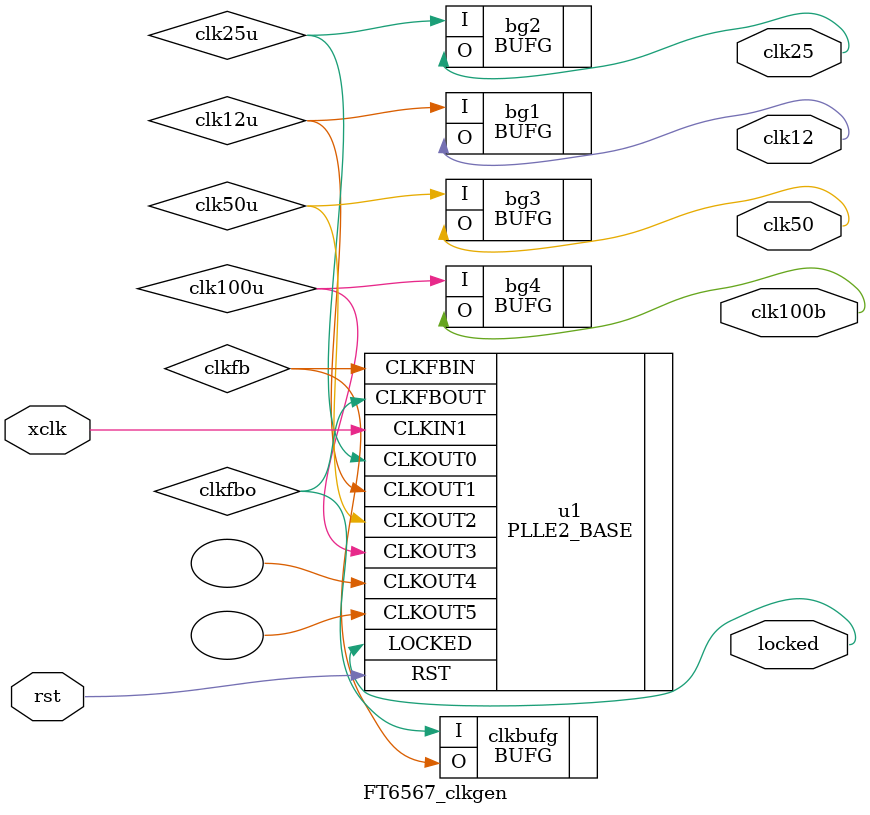
<source format=v>
module FT6567_clkgen(rst, xclk, clk50, clk25, clk12, clk100b, locked);
input rst;
input xclk;
output clk50;
output clk25;
output clk12;
output clk100b;
output locked;

BUFG bg1 (.I(clk12u), 	.O(clk12) );
BUFG bg2 (.I(clk25u), 	.O(clk25) );
BUFG bg3 (.I(clk50u), 	.O(clk50) );
BUFG bg4 (.I(clk100u), 	.O(clk100b) );
wire clkfb,clkfbo;
BUFG clkbufg (.I(clkfbo), .O(clkfb));

PLLE2_BASE u1
(
    .RST(rst),
    .CLKIN1(xclk),
    .CLKFBIN(clkfb),
    .CLKFBOUT(clkfbo),
    .LOCKED(locked),
    .CLKOUT0(clk25u),
    .CLKOUT1(clk12u),
    .CLKOUT2(clk50u),
    .CLKOUT3(clk100u),
    .CLKOUT4(),
    .CLKOUT5()
);
defparam u1.CLKFBOUT_MULT = 12;     // must place VCO frequency 800-1600 MHz (1200)
defparam u1.CLKOUT0_DIVIDE = 48;
defparam u1.CLKOUT1_DIVIDE = 96;
defparam u1.CLKOUT2_DIVIDE = 24;
defparam u1.CLKOUT3_DIVIDE = 12;
defparam u1.CLKIN1_PERIOD = 10;

endmodule

</source>
